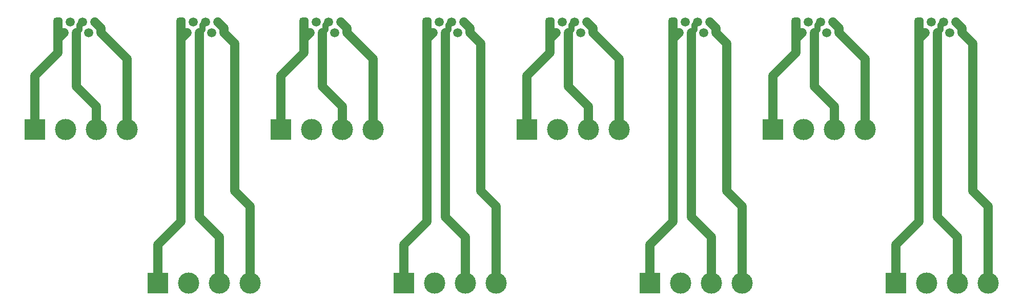
<source format=gbr>
G04 #@! TF.GenerationSoftware,KiCad,Pcbnew,(5.1.9)-1*
G04 #@! TF.CreationDate,2021-09-29T15:51:31-03:00*
G04 #@! TF.ProjectId,RJ45-breakout_8ch,524a3435-2d62-4726-9561-6b6f75745f38,rev?*
G04 #@! TF.SameCoordinates,Original*
G04 #@! TF.FileFunction,Copper,L2,Bot*
G04 #@! TF.FilePolarity,Positive*
%FSLAX46Y46*%
G04 Gerber Fmt 4.6, Leading zero omitted, Abs format (unit mm)*
G04 Created by KiCad (PCBNEW (5.1.9)-1) date 2021-09-29 15:51:31*
%MOMM*%
%LPD*%
G01*
G04 APERTURE LIST*
G04 #@! TA.AperFunction,ComponentPad*
%ADD10R,3.500000X3.500000*%
G04 #@! TD*
G04 #@! TA.AperFunction,ComponentPad*
%ADD11C,3.500000*%
G04 #@! TD*
G04 #@! TA.AperFunction,ComponentPad*
%ADD12C,1.500000*%
G04 #@! TD*
G04 #@! TA.AperFunction,Conductor*
%ADD13C,1.524000*%
G04 #@! TD*
G04 #@! TA.AperFunction,Conductor*
%ADD14C,1.016000*%
G04 #@! TD*
G04 APERTURE END LIST*
D10*
G04 #@! TO.P,J16,1*
G04 #@! TO.N,Net-(J16-Pad1)*
X214630000Y-119380000D03*
D11*
G04 #@! TO.P,J16,2*
G04 #@! TO.N,Net-(J16-Pad2)*
X219710000Y-119380000D03*
G04 #@! TO.P,J16,3*
G04 #@! TO.N,Net-(J16-Pad3)*
X224790000Y-119380000D03*
G04 #@! TO.P,J16,4*
G04 #@! TO.N,Net-(J16-Pad4)*
X229870000Y-119380000D03*
G04 #@! TD*
D10*
G04 #@! TO.P,J15,1*
G04 #@! TO.N,Net-(J15-Pad1)*
X194310000Y-93980000D03*
D11*
G04 #@! TO.P,J15,2*
G04 #@! TO.N,Net-(J15-Pad2)*
X199390000Y-93980000D03*
G04 #@! TO.P,J15,3*
G04 #@! TO.N,Net-(J15-Pad3)*
X204470000Y-93980000D03*
G04 #@! TO.P,J15,4*
G04 #@! TO.N,Net-(J15-Pad4)*
X209550000Y-93980000D03*
G04 #@! TD*
D10*
G04 #@! TO.P,J14,1*
G04 #@! TO.N,Net-(J14-Pad1)*
X173990000Y-119380000D03*
D11*
G04 #@! TO.P,J14,2*
G04 #@! TO.N,Net-(J14-Pad2)*
X179070000Y-119380000D03*
G04 #@! TO.P,J14,3*
G04 #@! TO.N,Net-(J14-Pad3)*
X184150000Y-119380000D03*
G04 #@! TO.P,J14,4*
G04 #@! TO.N,Net-(J14-Pad4)*
X189230000Y-119380000D03*
G04 #@! TD*
D10*
G04 #@! TO.P,J13,1*
G04 #@! TO.N,Net-(J13-Pad1)*
X153670000Y-93980000D03*
D11*
G04 #@! TO.P,J13,2*
G04 #@! TO.N,Net-(J13-Pad2)*
X158750000Y-93980000D03*
G04 #@! TO.P,J13,3*
G04 #@! TO.N,Net-(J13-Pad3)*
X163830000Y-93980000D03*
G04 #@! TO.P,J13,4*
G04 #@! TO.N,Net-(J13-Pad4)*
X168910000Y-93980000D03*
G04 #@! TD*
D10*
G04 #@! TO.P,J12,1*
G04 #@! TO.N,Net-(J12-Pad1)*
X133350000Y-119380000D03*
D11*
G04 #@! TO.P,J12,2*
G04 #@! TO.N,Net-(J12-Pad2)*
X138430000Y-119380000D03*
G04 #@! TO.P,J12,3*
G04 #@! TO.N,Net-(J12-Pad3)*
X143510000Y-119380000D03*
G04 #@! TO.P,J12,4*
G04 #@! TO.N,Net-(J12-Pad4)*
X148590000Y-119380000D03*
G04 #@! TD*
D10*
G04 #@! TO.P,J11,1*
G04 #@! TO.N,Net-(J11-Pad1)*
X113030000Y-93980000D03*
D11*
G04 #@! TO.P,J11,2*
G04 #@! TO.N,Net-(J11-Pad2)*
X118110000Y-93980000D03*
G04 #@! TO.P,J11,3*
G04 #@! TO.N,Net-(J11-Pad3)*
X123190000Y-93980000D03*
G04 #@! TO.P,J11,4*
G04 #@! TO.N,Net-(J11-Pad4)*
X128270000Y-93980000D03*
G04 #@! TD*
D10*
G04 #@! TO.P,J10,1*
G04 #@! TO.N,Net-(J10-Pad1)*
X92710000Y-119380000D03*
D11*
G04 #@! TO.P,J10,2*
G04 #@! TO.N,Net-(J10-Pad2)*
X97790000Y-119380000D03*
G04 #@! TO.P,J10,3*
G04 #@! TO.N,Net-(J10-Pad3)*
X102870000Y-119380000D03*
G04 #@! TO.P,J10,4*
G04 #@! TO.N,Net-(J10-Pad4)*
X107950000Y-119380000D03*
G04 #@! TD*
D10*
G04 #@! TO.P,J9,1*
G04 #@! TO.N,Net-(J1-Pad1)*
X72390000Y-93980000D03*
D11*
G04 #@! TO.P,J9,2*
G04 #@! TO.N,Net-(J1-Pad3)*
X77470000Y-93980000D03*
G04 #@! TO.P,J9,3*
G04 #@! TO.N,Net-(J1-Pad4)*
X82550000Y-93980000D03*
G04 #@! TO.P,J9,4*
G04 #@! TO.N,Net-(J1-Pad7)*
X87630000Y-93980000D03*
G04 #@! TD*
G04 #@! TO.P,J1,1*
G04 #@! TO.N,Net-(J1-Pad1)*
G04 #@! TA.AperFunction,ComponentPad*
G36*
G01*
X75450000Y-76575000D02*
X75450000Y-75825000D01*
G75*
G02*
X75825000Y-75450000I375000J0D01*
G01*
X76575000Y-75450000D01*
G75*
G02*
X76950000Y-75825000I0J-375000D01*
G01*
X76950000Y-76575000D01*
G75*
G02*
X76575000Y-76950000I-375000J0D01*
G01*
X75825000Y-76950000D01*
G75*
G02*
X75450000Y-76575000I0J375000D01*
G01*
G37*
G04 #@! TD.AperFunction*
D12*
G04 #@! TO.P,J1,3*
G04 #@! TO.N,Net-(J1-Pad3)*
X78232000Y-76200000D03*
G04 #@! TO.P,J1,5*
G04 #@! TO.N,Net-(J1-Pad4)*
X80264000Y-76200000D03*
G04 #@! TO.P,J1,7*
G04 #@! TO.N,Net-(J1-Pad7)*
X82296000Y-76200000D03*
G04 #@! TO.P,J1,2*
G04 #@! TO.N,Net-(J1-Pad1)*
X77216000Y-77980000D03*
G04 #@! TO.P,J1,4*
G04 #@! TO.N,Net-(J1-Pad4)*
X79248000Y-77980000D03*
G04 #@! TO.P,J1,6*
G04 #@! TO.N,Net-(J1-Pad3)*
X81280000Y-77980000D03*
G04 #@! TO.P,J1,8*
G04 #@! TO.N,Net-(J1-Pad7)*
X83312000Y-77980000D03*
G04 #@! TD*
G04 #@! TO.P,J2,1*
G04 #@! TO.N,Net-(J10-Pad1)*
G04 #@! TA.AperFunction,ComponentPad*
G36*
G01*
X95770000Y-76575000D02*
X95770000Y-75825000D01*
G75*
G02*
X96145000Y-75450000I375000J0D01*
G01*
X96895000Y-75450000D01*
G75*
G02*
X97270000Y-75825000I0J-375000D01*
G01*
X97270000Y-76575000D01*
G75*
G02*
X96895000Y-76950000I-375000J0D01*
G01*
X96145000Y-76950000D01*
G75*
G02*
X95770000Y-76575000I0J375000D01*
G01*
G37*
G04 #@! TD.AperFunction*
G04 #@! TO.P,J2,3*
G04 #@! TO.N,Net-(J10-Pad2)*
X98552000Y-76200000D03*
G04 #@! TO.P,J2,5*
G04 #@! TO.N,Net-(J10-Pad3)*
X100584000Y-76200000D03*
G04 #@! TO.P,J2,7*
G04 #@! TO.N,Net-(J10-Pad4)*
X102616000Y-76200000D03*
G04 #@! TO.P,J2,2*
G04 #@! TO.N,Net-(J10-Pad1)*
X97536000Y-77980000D03*
G04 #@! TO.P,J2,4*
G04 #@! TO.N,Net-(J10-Pad3)*
X99568000Y-77980000D03*
G04 #@! TO.P,J2,6*
G04 #@! TO.N,Net-(J10-Pad2)*
X101600000Y-77980000D03*
G04 #@! TO.P,J2,8*
G04 #@! TO.N,Net-(J10-Pad4)*
X103632000Y-77980000D03*
G04 #@! TD*
G04 #@! TO.P,J3,1*
G04 #@! TO.N,Net-(J11-Pad1)*
G04 #@! TA.AperFunction,ComponentPad*
G36*
G01*
X116090000Y-76575000D02*
X116090000Y-75825000D01*
G75*
G02*
X116465000Y-75450000I375000J0D01*
G01*
X117215000Y-75450000D01*
G75*
G02*
X117590000Y-75825000I0J-375000D01*
G01*
X117590000Y-76575000D01*
G75*
G02*
X117215000Y-76950000I-375000J0D01*
G01*
X116465000Y-76950000D01*
G75*
G02*
X116090000Y-76575000I0J375000D01*
G01*
G37*
G04 #@! TD.AperFunction*
G04 #@! TO.P,J3,3*
G04 #@! TO.N,Net-(J11-Pad2)*
X118872000Y-76200000D03*
G04 #@! TO.P,J3,5*
G04 #@! TO.N,Net-(J11-Pad3)*
X120904000Y-76200000D03*
G04 #@! TO.P,J3,7*
G04 #@! TO.N,Net-(J11-Pad4)*
X122936000Y-76200000D03*
G04 #@! TO.P,J3,2*
G04 #@! TO.N,Net-(J11-Pad1)*
X117856000Y-77980000D03*
G04 #@! TO.P,J3,4*
G04 #@! TO.N,Net-(J11-Pad3)*
X119888000Y-77980000D03*
G04 #@! TO.P,J3,6*
G04 #@! TO.N,Net-(J11-Pad2)*
X121920000Y-77980000D03*
G04 #@! TO.P,J3,8*
G04 #@! TO.N,Net-(J11-Pad4)*
X123952000Y-77980000D03*
G04 #@! TD*
G04 #@! TO.P,J4,1*
G04 #@! TO.N,Net-(J12-Pad1)*
G04 #@! TA.AperFunction,ComponentPad*
G36*
G01*
X136410000Y-76575000D02*
X136410000Y-75825000D01*
G75*
G02*
X136785000Y-75450000I375000J0D01*
G01*
X137535000Y-75450000D01*
G75*
G02*
X137910000Y-75825000I0J-375000D01*
G01*
X137910000Y-76575000D01*
G75*
G02*
X137535000Y-76950000I-375000J0D01*
G01*
X136785000Y-76950000D01*
G75*
G02*
X136410000Y-76575000I0J375000D01*
G01*
G37*
G04 #@! TD.AperFunction*
G04 #@! TO.P,J4,3*
G04 #@! TO.N,Net-(J12-Pad2)*
X139192000Y-76200000D03*
G04 #@! TO.P,J4,5*
G04 #@! TO.N,Net-(J12-Pad3)*
X141224000Y-76200000D03*
G04 #@! TO.P,J4,7*
G04 #@! TO.N,Net-(J12-Pad4)*
X143256000Y-76200000D03*
G04 #@! TO.P,J4,2*
G04 #@! TO.N,Net-(J12-Pad1)*
X138176000Y-77980000D03*
G04 #@! TO.P,J4,4*
G04 #@! TO.N,Net-(J12-Pad3)*
X140208000Y-77980000D03*
G04 #@! TO.P,J4,6*
G04 #@! TO.N,Net-(J12-Pad2)*
X142240000Y-77980000D03*
G04 #@! TO.P,J4,8*
G04 #@! TO.N,Net-(J12-Pad4)*
X144272000Y-77980000D03*
G04 #@! TD*
G04 #@! TO.P,J5,1*
G04 #@! TO.N,Net-(J13-Pad1)*
G04 #@! TA.AperFunction,ComponentPad*
G36*
G01*
X156730000Y-76575000D02*
X156730000Y-75825000D01*
G75*
G02*
X157105000Y-75450000I375000J0D01*
G01*
X157855000Y-75450000D01*
G75*
G02*
X158230000Y-75825000I0J-375000D01*
G01*
X158230000Y-76575000D01*
G75*
G02*
X157855000Y-76950000I-375000J0D01*
G01*
X157105000Y-76950000D01*
G75*
G02*
X156730000Y-76575000I0J375000D01*
G01*
G37*
G04 #@! TD.AperFunction*
G04 #@! TO.P,J5,3*
G04 #@! TO.N,Net-(J13-Pad2)*
X159512000Y-76200000D03*
G04 #@! TO.P,J5,5*
G04 #@! TO.N,Net-(J13-Pad3)*
X161544000Y-76200000D03*
G04 #@! TO.P,J5,7*
G04 #@! TO.N,Net-(J13-Pad4)*
X163576000Y-76200000D03*
G04 #@! TO.P,J5,2*
G04 #@! TO.N,Net-(J13-Pad1)*
X158496000Y-77980000D03*
G04 #@! TO.P,J5,4*
G04 #@! TO.N,Net-(J13-Pad3)*
X160528000Y-77980000D03*
G04 #@! TO.P,J5,6*
G04 #@! TO.N,Net-(J13-Pad2)*
X162560000Y-77980000D03*
G04 #@! TO.P,J5,8*
G04 #@! TO.N,Net-(J13-Pad4)*
X164592000Y-77980000D03*
G04 #@! TD*
G04 #@! TO.P,J6,1*
G04 #@! TO.N,Net-(J14-Pad1)*
G04 #@! TA.AperFunction,ComponentPad*
G36*
G01*
X177050000Y-76575000D02*
X177050000Y-75825000D01*
G75*
G02*
X177425000Y-75450000I375000J0D01*
G01*
X178175000Y-75450000D01*
G75*
G02*
X178550000Y-75825000I0J-375000D01*
G01*
X178550000Y-76575000D01*
G75*
G02*
X178175000Y-76950000I-375000J0D01*
G01*
X177425000Y-76950000D01*
G75*
G02*
X177050000Y-76575000I0J375000D01*
G01*
G37*
G04 #@! TD.AperFunction*
G04 #@! TO.P,J6,3*
G04 #@! TO.N,Net-(J14-Pad2)*
X179832000Y-76200000D03*
G04 #@! TO.P,J6,5*
G04 #@! TO.N,Net-(J14-Pad3)*
X181864000Y-76200000D03*
G04 #@! TO.P,J6,7*
G04 #@! TO.N,Net-(J14-Pad4)*
X183896000Y-76200000D03*
G04 #@! TO.P,J6,2*
G04 #@! TO.N,Net-(J14-Pad1)*
X178816000Y-77980000D03*
G04 #@! TO.P,J6,4*
G04 #@! TO.N,Net-(J14-Pad3)*
X180848000Y-77980000D03*
G04 #@! TO.P,J6,6*
G04 #@! TO.N,Net-(J14-Pad2)*
X182880000Y-77980000D03*
G04 #@! TO.P,J6,8*
G04 #@! TO.N,Net-(J14-Pad4)*
X184912000Y-77980000D03*
G04 #@! TD*
G04 #@! TO.P,J7,1*
G04 #@! TO.N,Net-(J15-Pad1)*
G04 #@! TA.AperFunction,ComponentPad*
G36*
G01*
X197370000Y-76575000D02*
X197370000Y-75825000D01*
G75*
G02*
X197745000Y-75450000I375000J0D01*
G01*
X198495000Y-75450000D01*
G75*
G02*
X198870000Y-75825000I0J-375000D01*
G01*
X198870000Y-76575000D01*
G75*
G02*
X198495000Y-76950000I-375000J0D01*
G01*
X197745000Y-76950000D01*
G75*
G02*
X197370000Y-76575000I0J375000D01*
G01*
G37*
G04 #@! TD.AperFunction*
G04 #@! TO.P,J7,3*
G04 #@! TO.N,Net-(J15-Pad2)*
X200152000Y-76200000D03*
G04 #@! TO.P,J7,5*
G04 #@! TO.N,Net-(J15-Pad3)*
X202184000Y-76200000D03*
G04 #@! TO.P,J7,7*
G04 #@! TO.N,Net-(J15-Pad4)*
X204216000Y-76200000D03*
G04 #@! TO.P,J7,2*
G04 #@! TO.N,Net-(J15-Pad1)*
X199136000Y-77980000D03*
G04 #@! TO.P,J7,4*
G04 #@! TO.N,Net-(J15-Pad3)*
X201168000Y-77980000D03*
G04 #@! TO.P,J7,6*
G04 #@! TO.N,Net-(J15-Pad2)*
X203200000Y-77980000D03*
G04 #@! TO.P,J7,8*
G04 #@! TO.N,Net-(J15-Pad4)*
X205232000Y-77980000D03*
G04 #@! TD*
G04 #@! TO.P,J8,1*
G04 #@! TO.N,Net-(J16-Pad1)*
G04 #@! TA.AperFunction,ComponentPad*
G36*
G01*
X217690000Y-76575000D02*
X217690000Y-75825000D01*
G75*
G02*
X218065000Y-75450000I375000J0D01*
G01*
X218815000Y-75450000D01*
G75*
G02*
X219190000Y-75825000I0J-375000D01*
G01*
X219190000Y-76575000D01*
G75*
G02*
X218815000Y-76950000I-375000J0D01*
G01*
X218065000Y-76950000D01*
G75*
G02*
X217690000Y-76575000I0J375000D01*
G01*
G37*
G04 #@! TD.AperFunction*
G04 #@! TO.P,J8,3*
G04 #@! TO.N,Net-(J16-Pad2)*
X220472000Y-76200000D03*
G04 #@! TO.P,J8,5*
G04 #@! TO.N,Net-(J16-Pad3)*
X222504000Y-76200000D03*
G04 #@! TO.P,J8,7*
G04 #@! TO.N,Net-(J16-Pad4)*
X224536000Y-76200000D03*
G04 #@! TO.P,J8,2*
G04 #@! TO.N,Net-(J16-Pad1)*
X219456000Y-77980000D03*
G04 #@! TO.P,J8,4*
G04 #@! TO.N,Net-(J16-Pad3)*
X221488000Y-77980000D03*
G04 #@! TO.P,J8,6*
G04 #@! TO.N,Net-(J16-Pad2)*
X223520000Y-77980000D03*
G04 #@! TO.P,J8,8*
G04 #@! TO.N,Net-(J16-Pad4)*
X225552000Y-77980000D03*
G04 #@! TD*
D13*
G04 #@! TO.N,Net-(J1-Pad1)*
X72390000Y-85090000D02*
X72390000Y-93980000D01*
X76200000Y-81280000D02*
X72390000Y-85090000D01*
X76456000Y-78740000D02*
X76200000Y-78740000D01*
X77216000Y-77980000D02*
X76456000Y-78740000D01*
X76200000Y-78740000D02*
X76200000Y-76200000D01*
X76200000Y-81280000D02*
X76200000Y-78740000D01*
D14*
G04 #@! TO.N,Net-(J1-Pad4)*
X79744001Y-77483999D02*
X79744001Y-76719999D01*
X79248000Y-77980000D02*
X79744001Y-77483999D01*
X79744001Y-76719999D02*
X80264000Y-76200000D01*
D13*
X82550000Y-90170000D02*
X82550000Y-93980000D01*
X79248000Y-86868000D02*
X82550000Y-90170000D01*
X79248000Y-77980000D02*
X79248000Y-86868000D01*
G04 #@! TO.N,Net-(J1-Pad7)*
X83312000Y-77980000D02*
X83312000Y-77216000D01*
X83312000Y-77216000D02*
X82296000Y-76200000D01*
X87630000Y-82298000D02*
X87630000Y-93980000D01*
X83312000Y-77980000D02*
X87630000Y-82298000D01*
G04 #@! TO.N,Net-(J10-Pad4)*
X103632000Y-77216000D02*
X102616000Y-76200000D01*
X103632000Y-77980000D02*
X103632000Y-77216000D01*
X105410000Y-79758000D02*
X103632000Y-77980000D01*
X105410000Y-104140000D02*
X105410000Y-79758000D01*
X107950000Y-106680000D02*
X105410000Y-104140000D01*
X107950000Y-119380000D02*
X107950000Y-106680000D01*
D14*
G04 #@! TO.N,Net-(J10-Pad3)*
X100064001Y-77483999D02*
X100064001Y-76719999D01*
X99568000Y-77980000D02*
X100064001Y-77483999D01*
X100064001Y-76719999D02*
X100584000Y-76200000D01*
D13*
X99568000Y-108458000D02*
X102870000Y-111760000D01*
X102870000Y-111760000D02*
X102870000Y-119380000D01*
X99568000Y-108458000D02*
X99568000Y-77980000D01*
G04 #@! TO.N,Net-(J10-Pad1)*
X92710000Y-113030000D02*
X96520000Y-109220000D01*
X92710000Y-119380000D02*
X92710000Y-113030000D01*
X96776000Y-78740000D02*
X96520000Y-78740000D01*
X97536000Y-77980000D02*
X96776000Y-78740000D01*
X96520000Y-78740000D02*
X96520000Y-76200000D01*
X96520000Y-109220000D02*
X96520000Y-78740000D01*
G04 #@! TO.N,Net-(J11-Pad1)*
X116840000Y-81280000D02*
X113030000Y-85090000D01*
X116840000Y-78740000D02*
X116840000Y-76200000D01*
X113030000Y-85090000D02*
X113030000Y-93980000D01*
X117096000Y-78740000D02*
X116840000Y-78740000D01*
X116840000Y-81280000D02*
X116840000Y-78740000D01*
X117856000Y-77980000D02*
X117096000Y-78740000D01*
G04 #@! TO.N,Net-(J11-Pad3)*
X123190000Y-90170000D02*
X123190000Y-93980000D01*
X119888000Y-86868000D02*
X123190000Y-90170000D01*
X119888000Y-77980000D02*
X119888000Y-86868000D01*
D14*
X120384001Y-77483999D02*
X120384001Y-76719999D01*
X119888000Y-77980000D02*
X120384001Y-77483999D01*
X120384001Y-76719999D02*
X120904000Y-76200000D01*
D13*
G04 #@! TO.N,Net-(J11-Pad4)*
X123952000Y-77980000D02*
X128270000Y-82298000D01*
X128270000Y-82298000D02*
X128270000Y-93980000D01*
X123952000Y-77980000D02*
X123952000Y-77216000D01*
X123952000Y-77216000D02*
X122936000Y-76200000D01*
G04 #@! TO.N,Net-(J12-Pad4)*
X146050000Y-79758000D02*
X144272000Y-77980000D01*
X144272000Y-77216000D02*
X143256000Y-76200000D01*
X148590000Y-119380000D02*
X148590000Y-106680000D01*
X146050000Y-104140000D02*
X146050000Y-79758000D01*
X148590000Y-106680000D02*
X146050000Y-104140000D01*
X144272000Y-77980000D02*
X144272000Y-77216000D01*
D14*
G04 #@! TO.N,Net-(J12-Pad3)*
X140704001Y-77483999D02*
X140704001Y-76719999D01*
X140208000Y-77980000D02*
X140704001Y-77483999D01*
X140704001Y-76719999D02*
X141224000Y-76200000D01*
D13*
X143510000Y-111760000D02*
X143510000Y-119380000D01*
X140208000Y-108458000D02*
X143510000Y-111760000D01*
X140208000Y-108458000D02*
X140208000Y-77980000D01*
G04 #@! TO.N,Net-(J12-Pad1)*
X133350000Y-113030000D02*
X137160000Y-109220000D01*
X133350000Y-119380000D02*
X133350000Y-113030000D01*
X137416000Y-78740000D02*
X137160000Y-78740000D01*
X137160000Y-109220000D02*
X137160000Y-78740000D01*
X137160000Y-78740000D02*
X137160000Y-76200000D01*
X138176000Y-77980000D02*
X137416000Y-78740000D01*
G04 #@! TO.N,Net-(J13-Pad1)*
X157480000Y-81280000D02*
X153670000Y-85090000D01*
X157480000Y-78740000D02*
X157480000Y-76200000D01*
X153670000Y-85090000D02*
X153670000Y-93980000D01*
X157736000Y-78740000D02*
X157480000Y-78740000D01*
X157480000Y-81280000D02*
X157480000Y-78740000D01*
X158496000Y-77980000D02*
X157736000Y-78740000D01*
G04 #@! TO.N,Net-(J13-Pad3)*
X163830000Y-90170000D02*
X163830000Y-93980000D01*
X160528000Y-86868000D02*
X163830000Y-90170000D01*
X160528000Y-77980000D02*
X160528000Y-86868000D01*
D14*
X161024001Y-77483999D02*
X161024001Y-76719999D01*
X160528000Y-77980000D02*
X161024001Y-77483999D01*
X161024001Y-76719999D02*
X161544000Y-76200000D01*
D13*
G04 #@! TO.N,Net-(J13-Pad4)*
X164592000Y-77980000D02*
X168910000Y-82298000D01*
X168910000Y-82298000D02*
X168910000Y-93980000D01*
X164592000Y-77980000D02*
X164592000Y-77216000D01*
X164592000Y-77216000D02*
X163576000Y-76200000D01*
G04 #@! TO.N,Net-(J14-Pad4)*
X186690000Y-79758000D02*
X184912000Y-77980000D01*
X184912000Y-77216000D02*
X183896000Y-76200000D01*
X189230000Y-119380000D02*
X189230000Y-106680000D01*
X186690000Y-104140000D02*
X186690000Y-79758000D01*
X189230000Y-106680000D02*
X186690000Y-104140000D01*
X184912000Y-77980000D02*
X184912000Y-77216000D01*
D14*
G04 #@! TO.N,Net-(J14-Pad3)*
X181344001Y-77483999D02*
X181344001Y-76719999D01*
X180848000Y-77980000D02*
X181344001Y-77483999D01*
X181344001Y-76719999D02*
X181864000Y-76200000D01*
D13*
X184150000Y-111760000D02*
X184150000Y-119380000D01*
X180848000Y-108458000D02*
X184150000Y-111760000D01*
X180848000Y-108458000D02*
X180848000Y-77980000D01*
G04 #@! TO.N,Net-(J14-Pad1)*
X173990000Y-113030000D02*
X177800000Y-109220000D01*
X173990000Y-119380000D02*
X173990000Y-113030000D01*
X178056000Y-78740000D02*
X177800000Y-78740000D01*
X177800000Y-109220000D02*
X177800000Y-78740000D01*
X177800000Y-78740000D02*
X177800000Y-76200000D01*
X178816000Y-77980000D02*
X178056000Y-78740000D01*
G04 #@! TO.N,Net-(J15-Pad1)*
X198120000Y-81280000D02*
X194310000Y-85090000D01*
X198120000Y-78740000D02*
X198120000Y-76200000D01*
X194310000Y-85090000D02*
X194310000Y-93980000D01*
X198376000Y-78740000D02*
X198120000Y-78740000D01*
X198120000Y-81280000D02*
X198120000Y-78740000D01*
X199136000Y-77980000D02*
X198376000Y-78740000D01*
G04 #@! TO.N,Net-(J15-Pad3)*
X204470000Y-90170000D02*
X204470000Y-93980000D01*
X201168000Y-86868000D02*
X204470000Y-90170000D01*
X201168000Y-77980000D02*
X201168000Y-86868000D01*
D14*
X201664001Y-77483999D02*
X201664001Y-76719999D01*
X201168000Y-77980000D02*
X201664001Y-77483999D01*
X201664001Y-76719999D02*
X202184000Y-76200000D01*
D13*
G04 #@! TO.N,Net-(J15-Pad4)*
X205232000Y-77980000D02*
X209550000Y-82298000D01*
X209550000Y-82298000D02*
X209550000Y-93980000D01*
X205232000Y-77980000D02*
X205232000Y-77216000D01*
X205232000Y-77216000D02*
X204216000Y-76200000D01*
G04 #@! TO.N,Net-(J16-Pad4)*
X227330000Y-79758000D02*
X225552000Y-77980000D01*
X225552000Y-77216000D02*
X224536000Y-76200000D01*
X229870000Y-119380000D02*
X229870000Y-106680000D01*
X227330000Y-104140000D02*
X227330000Y-79758000D01*
X229870000Y-106680000D02*
X227330000Y-104140000D01*
X225552000Y-77980000D02*
X225552000Y-77216000D01*
D14*
G04 #@! TO.N,Net-(J16-Pad3)*
X221984001Y-77483999D02*
X221984001Y-76719999D01*
X221488000Y-77980000D02*
X221984001Y-77483999D01*
X221984001Y-76719999D02*
X222504000Y-76200000D01*
D13*
X224790000Y-111760000D02*
X224790000Y-119380000D01*
X221488000Y-108458000D02*
X224790000Y-111760000D01*
X221488000Y-108458000D02*
X221488000Y-77980000D01*
G04 #@! TO.N,Net-(J16-Pad1)*
X214630000Y-113030000D02*
X218440000Y-109220000D01*
X214630000Y-119380000D02*
X214630000Y-113030000D01*
X218696000Y-78740000D02*
X218440000Y-78740000D01*
X218440000Y-109220000D02*
X218440000Y-78740000D01*
X218440000Y-78740000D02*
X218440000Y-76200000D01*
X219456000Y-77980000D02*
X218696000Y-78740000D01*
G04 #@! TD*
M02*

</source>
